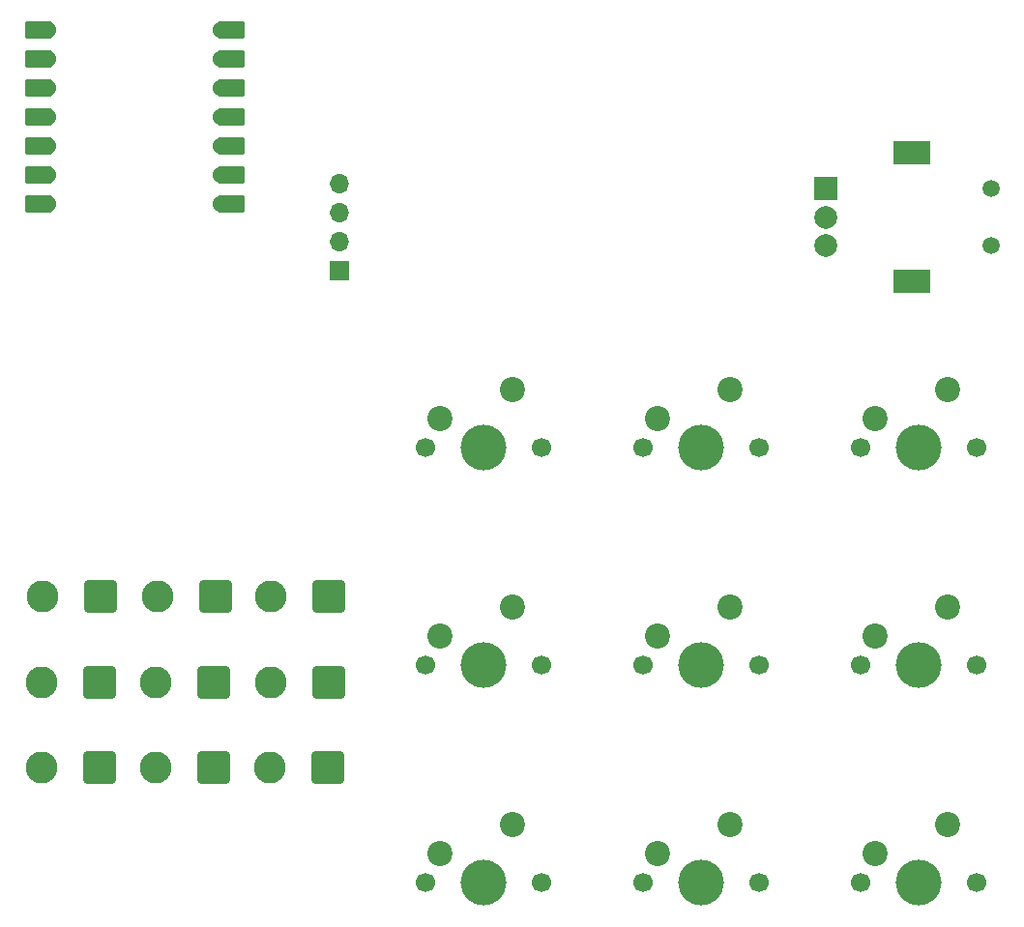
<source format=gbr>
%TF.GenerationSoftware,KiCad,Pcbnew,9.0.2*%
%TF.CreationDate,2025-06-22T22:22:16+03:00*%
%TF.ProjectId,macropad,6d616372-6f70-4616-942e-6b696361645f,rev?*%
%TF.SameCoordinates,Original*%
%TF.FileFunction,Soldermask,Bot*%
%TF.FilePolarity,Negative*%
%FSLAX46Y46*%
G04 Gerber Fmt 4.6, Leading zero omitted, Abs format (unit mm)*
G04 Created by KiCad (PCBNEW 9.0.2) date 2025-06-22 22:22:16*
%MOMM*%
%LPD*%
G01*
G04 APERTURE LIST*
G04 Aperture macros list*
%AMRoundRect*
0 Rectangle with rounded corners*
0 $1 Rounding radius*
0 $2 $3 $4 $5 $6 $7 $8 $9 X,Y pos of 4 corners*
0 Add a 4 corners polygon primitive as box body*
4,1,4,$2,$3,$4,$5,$6,$7,$8,$9,$2,$3,0*
0 Add four circle primitives for the rounded corners*
1,1,$1+$1,$2,$3*
1,1,$1+$1,$4,$5*
1,1,$1+$1,$6,$7*
1,1,$1+$1,$8,$9*
0 Add four rect primitives between the rounded corners*
20,1,$1+$1,$2,$3,$4,$5,0*
20,1,$1+$1,$4,$5,$6,$7,0*
20,1,$1+$1,$6,$7,$8,$9,0*
20,1,$1+$1,$8,$9,$2,$3,0*%
G04 Aperture macros list end*
%ADD10C,1.700000*%
%ADD11C,4.000000*%
%ADD12C,2.200000*%
%ADD13R,1.700000X1.700000*%
%ADD14O,1.700000X1.700000*%
%ADD15C,1.500000*%
%ADD16R,2.000000X2.000000*%
%ADD17C,2.000000*%
%ADD18R,3.200000X2.000000*%
%ADD19RoundRect,0.250001X1.149999X1.149999X-1.149999X1.149999X-1.149999X-1.149999X1.149999X-1.149999X0*%
%ADD20C,2.800000*%
%ADD21RoundRect,0.152400X-1.063600X-0.609600X1.063600X-0.609600X1.063600X0.609600X-1.063600X0.609600X0*%
%ADD22C,1.524000*%
%ADD23RoundRect,0.152400X1.063600X0.609600X-1.063600X0.609600X-1.063600X-0.609600X1.063600X-0.609600X0*%
G04 APERTURE END LIST*
D10*
%TO.C,SW4*%
X164500000Y-92400000D03*
D11*
X169580000Y-92400000D03*
D10*
X174660000Y-92400000D03*
D12*
X172120000Y-87320000D03*
X165770000Y-89860000D03*
%TD*%
D10*
%TO.C,SW1*%
X145450000Y-92400000D03*
D11*
X150530000Y-92400000D03*
D10*
X155610000Y-92400000D03*
D12*
X153070000Y-87320000D03*
X146720000Y-89860000D03*
%TD*%
D10*
%TO.C,SW6*%
X164500000Y-130500000D03*
D11*
X169580000Y-130500000D03*
D10*
X174660000Y-130500000D03*
D12*
X172120000Y-125420000D03*
X165770000Y-127960000D03*
%TD*%
D10*
%TO.C,SW5*%
X164500000Y-111450000D03*
D11*
X169580000Y-111450000D03*
D10*
X174660000Y-111450000D03*
D12*
X172120000Y-106370000D03*
X165770000Y-108910000D03*
%TD*%
D10*
%TO.C,SW2*%
X145450000Y-111450000D03*
D11*
X150530000Y-111450000D03*
D10*
X155610000Y-111450000D03*
D12*
X153070000Y-106370000D03*
X146720000Y-108910000D03*
%TD*%
D10*
%TO.C,SW3*%
X145450000Y-130500000D03*
D11*
X150530000Y-130500000D03*
D10*
X155610000Y-130500000D03*
D12*
X153070000Y-125420000D03*
X146720000Y-127960000D03*
%TD*%
D10*
%TO.C,SW8*%
X183550000Y-111450000D03*
D11*
X188630000Y-111450000D03*
D10*
X193710000Y-111450000D03*
D12*
X191170000Y-106370000D03*
X184820000Y-108910000D03*
%TD*%
D10*
%TO.C,SW7*%
X183550000Y-92400000D03*
D11*
X188630000Y-92400000D03*
D10*
X193710000Y-92400000D03*
D12*
X191170000Y-87320000D03*
X184820000Y-89860000D03*
%TD*%
D10*
%TO.C,SW9*%
X183550000Y-130500000D03*
D11*
X188630000Y-130500000D03*
D10*
X193710000Y-130500000D03*
D12*
X191170000Y-125420000D03*
X184820000Y-127960000D03*
%TD*%
D13*
%TO.C,OLED1*%
X137885000Y-76945000D03*
D14*
X137885000Y-74405000D03*
X137885000Y-71865000D03*
X137885000Y-69325000D03*
%TD*%
D15*
%TO.C,SW10*%
X195000000Y-69750000D03*
X195000000Y-74750000D03*
D16*
X180500000Y-69750000D03*
D17*
X180500000Y-74750000D03*
X180500000Y-72250000D03*
D18*
X188000000Y-66650000D03*
X188000000Y-77850000D03*
%TD*%
D19*
%TO.C,D1*%
X117000000Y-105500000D03*
D20*
X111920000Y-105500000D03*
%TD*%
D19*
%TO.C,D8*%
X137000000Y-113000000D03*
D20*
X131920000Y-113000000D03*
%TD*%
D19*
%TO.C,D9*%
X136920000Y-120500000D03*
D20*
X131840000Y-120500000D03*
%TD*%
D19*
%TO.C,D7*%
X137000000Y-105500000D03*
D20*
X131920000Y-105500000D03*
%TD*%
D19*
%TO.C,D5*%
X126920000Y-113000000D03*
D20*
X121840000Y-113000000D03*
%TD*%
D19*
%TO.C,D6*%
X126920000Y-120500000D03*
D20*
X121840000Y-120500000D03*
%TD*%
D21*
%TO.C,U1*%
X128455000Y-55880000D03*
D22*
X127620000Y-55880000D03*
D21*
X128455000Y-58420000D03*
D22*
X127620000Y-58420000D03*
D21*
X128455000Y-60960000D03*
D22*
X127620000Y-60960000D03*
D21*
X128455000Y-63500000D03*
D22*
X127620000Y-63500000D03*
D21*
X128455000Y-66040000D03*
D22*
X127620000Y-66040000D03*
D21*
X128455000Y-68580000D03*
D22*
X127620000Y-68580000D03*
D21*
X128455000Y-71120000D03*
D22*
X127620000Y-71120000D03*
X112380000Y-71120000D03*
D23*
X111545000Y-71120000D03*
D22*
X112380000Y-68580000D03*
D23*
X111545000Y-68580000D03*
D22*
X112380000Y-66040000D03*
D23*
X111545000Y-66040000D03*
D22*
X112380000Y-63500000D03*
D23*
X111545000Y-63500000D03*
D22*
X112380000Y-60960000D03*
D23*
X111545000Y-60960000D03*
D22*
X112380000Y-58420000D03*
D23*
X111545000Y-58420000D03*
D22*
X112380000Y-55880000D03*
D23*
X111545000Y-55880000D03*
%TD*%
D19*
%TO.C,D3*%
X116920000Y-120500000D03*
D20*
X111840000Y-120500000D03*
%TD*%
D19*
%TO.C,D2*%
X116920000Y-113000000D03*
D20*
X111840000Y-113000000D03*
%TD*%
D19*
%TO.C,D4*%
X127080000Y-105500000D03*
D20*
X122000000Y-105500000D03*
%TD*%
M02*

</source>
